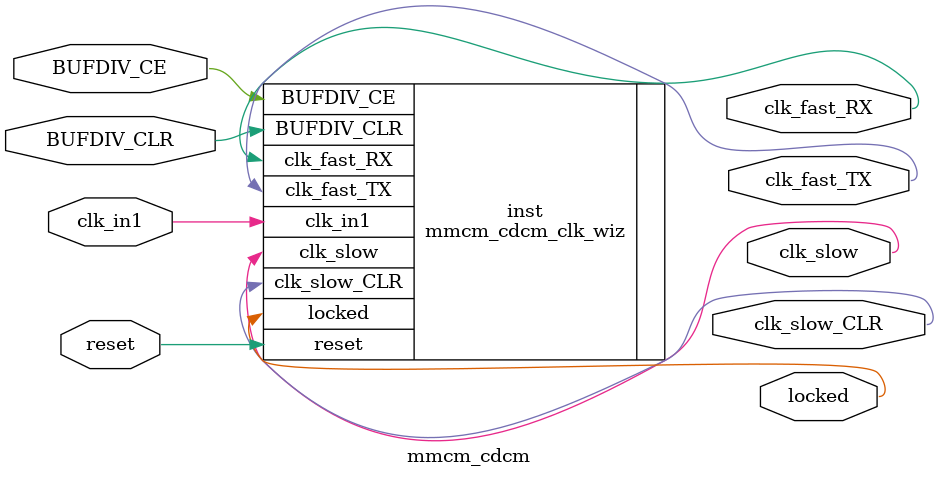
<source format=v>


`timescale 1ps/1ps


module mmcm_cdcm 
 (
  // Clock out ports
  output        clk_fast_TX,
  output        clk_fast_RX,
  output        clk_slow,
  output        clk_slow_CLR,
  // Status and control signals
  input         reset,
  output        locked,
 // Clock in ports
  input         clk_in1,
  input         BUFDIV_CE,
  input         BUFDIV_CLR    
 );

  mmcm_cdcm_clk_wiz inst
  (
  // Clock out ports  
  .clk_fast_TX(clk_fast_TX),
  .clk_fast_RX(clk_fast_RX),
  .clk_slow(clk_slow),
  .clk_slow_CLR(clk_slow_CLR),
  // Status and control signals               
  .reset(reset), 
  .locked(locked),
 // Clock in ports
  .clk_in1(clk_in1),
  .BUFDIV_CE(BUFDIV_CE),
  .BUFDIV_CLR(BUFDIV_CLR)
  );

endmodule

</source>
